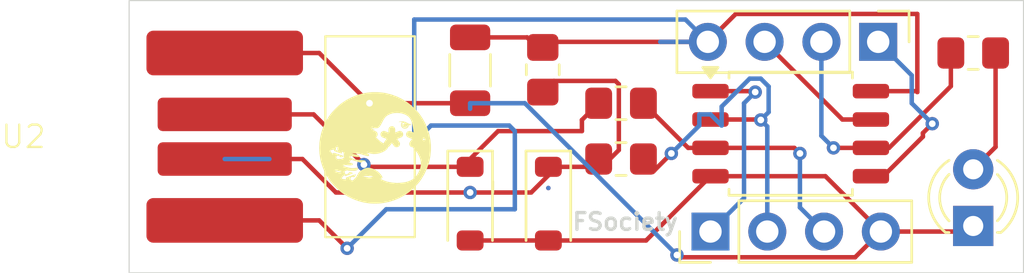
<source format=kicad_pcb>
(kicad_pcb (version 20241229) (generator "pcbnew") (generator_version "9.0")
  (layers (0 "F.Cu" signal) (2 "B.Cu" signal) (13 "F.Paste" user) (15 "B.Paste" user) (5 "F.SilkS" user "F.Silkscreen") (7 "B.SilkS" user "B.Silkscreen") (1 "F.Mask" user) (3 "B.Mask" user) (25 "Edge.Cuts" user))
  (net 0 "")
  (net 1 "GND")
  (net 2 "+5V")
  (net 3 "Net-(D1-K)")
  (net 4 "Net-(D2-K)")
  (net 5 "Net-(J2-Pin_3)")
  (net 6 "Net-(J2-Pin_2)")
  (net 7 "Net-(D3-A)")
  (net 8 "Net-(J1-Pin_2)")
  (net 9 "Net-(J1-Pin_3)")
  (net 10 "Net-(J2-Pin_1)")
  (net 11 "Net-(J1-Pin_1)")
  (footprint "Resistor_SMD:R_0805_2012Metric_Pad1.20x1.40mm_HandSolder" (layer "F.Cu") (at 159.5 88 -90)
    (property "Reference" "R4" (hide yes))
    (property "Value" "1k5")
    (fp_line (start -0.227064 0.735) (end 0.227064 0.735) (stroke (width 0.12)) (layer "F.SilkS"))
    (fp_line (start -0.227064 -0.735) (end 0.227064 -0.735) (stroke (width 0.12)) (layer "F.SilkS"))
    (pad "1" smd roundrect (at -1 0 270) (size 1.2 1.4) (layers "F.Cu" "F.Mask" "F.Paste") (roundrect_rratio 0.208333) (net 2 "+5V"))
    (pad "2" smd roundrect (at 1 0 270) (size 1.2 1.4) (layers "F.Cu" "F.Mask" "F.Paste") (roundrect_rratio 0.208333) (net 4 "Net-(D2-K)"))
  )
  (footprint "Resistor_SMD:R_0805_2012Metric_Pad1.20x1.40mm_HandSolder" (layer "F.Cu") (at 178.75 87.25)
    (property "Reference" "R3" (hide yes))
    (property "Value" "330R")
    (fp_line (start -0.227064 -0.735) (end 0.227064 -0.735) (stroke (width 0.12)) (layer "F.SilkS"))
    (fp_line (start -0.227064 0.735) (end 0.227064 0.735) (stroke (width 0.12)) (layer "F.SilkS"))
    (pad "1" smd roundrect (at -1 0) (size 1.2 1.4) (layers "F.Cu" "F.Mask" "F.Paste") (roundrect_rratio 0.208333) (net 8 "Net-(J1-Pin_2)"))
    (pad "2" smd roundrect (at 1 0) (size 1.2 1.4) (layers "F.Cu" "F.Mask" "F.Paste") (roundrect_rratio 0.208333) (net 7 "Net-(D3-A)"))
  )
  (footprint "Diode_SMD:D_SOD-123" (layer "F.Cu") (at 159.75 94 -90)
    (property "Reference" "D2" (hide yes))
    (property "Value" "3v6")
    (fp_line (start -2.36 1) (end 1.65 1) (stroke (width 0.12)) (layer "F.SilkS"))
    (fp_line (start -2.36 -1) (end -2.36 1) (stroke (width 0.12)) (layer "F.SilkS"))
    (fp_line (start -2.36 -1) (end 1.65 -1) (stroke (width 0.12)) (layer "F.SilkS"))
    (pad "1" smd roundrect (at -1.65 0 270) (size 0.9 1.2) (layers "F.Cu" "F.Mask" "F.Paste") (net 4 "Net-(D2-K)"))
    (pad "2" smd roundrect (at 1.65 0 270) (size 0.9 1.2) (layers "F.Cu" "F.Mask" "F.Paste") (net 1 "GND"))
  )
  (footprint "Capacitor_SMD:C_1206_3216Metric" (layer "F.Cu") (at 156.25 88.025 -90)
    (property "Reference" "C1" (hide yes))
    (property "Value" "100n")
    (fp_line (start -0.711252 0.91) (end 0.711252 0.91) (stroke (width 0.12)) (layer "F.SilkS"))
    (fp_line (start -0.711252 -0.91) (end 0.711252 -0.91) (stroke (width 0.12)) (layer "F.SilkS"))
    (pad "1" smd roundrect (at -1.475 0 270) (size 1.15 1.8) (layers "F.Cu" "F.Mask" "F.Paste") (roundrect_rratio 0.217391) (net 2 "+5V"))
    (pad "2" smd roundrect (at 1.475 0 270) (size 1.15 1.8) (layers "F.Cu" "F.Mask" "F.Paste") (roundrect_rratio 0.217391) (net 1 "GND"))
  )
  (footprint "LED_THT:LED_D3.0mm" (layer "F.Cu") (at 178.75 95 90)
    (property "Reference" "D3" (hide yes))
    (property "Value" "LED" (hide yes))
    (fp_line (start -0.29 -1.236) (end -0.29 -1.08) (stroke (width 0.12)) (layer "F.SilkS"))
    (fp_line (start -0.29 1.08) (end -0.29 1.236) (stroke (width 0.12)) (layer "F.SilkS"))
    (fp_arc (start -0.29 -1.235516) (mid 1.36566 -1.987699) (end 2.941437 -1.08) (stroke (width 0.12)) (layer "F.SilkS"))
    (fp_arc (start 0.229039 -1.08) (mid 1.27 -1.5) (end 2.310961 -1.08) (stroke (width 0.12)) (layer "F.SilkS"))
    (fp_arc (start 2.941437 1.08) (mid 1.36566 1.987699) (end -0.29 1.235516) (stroke (width 0.12)) (layer "F.SilkS"))
    (fp_arc (start 2.310961 1.08) (mid 1.27 1.5) (end 0.229039 1.08) (stroke (width 0.12)) (layer "F.SilkS"))
    (pad "1" thru_hole rect (at 0 0 90) (size 1.8 1.8) (drill 0.9) (layers "*.Cu" "*.Mask") (net 1 "GND"))
    (pad "2" thru_hole circle (at 2.54 0 90) (size 1.8 1.8) (drill 0.9) (layers "*.Cu" "*.Mask") (net 7 "Net-(D3-A)"))
  )
  (footprint "Resistor_SMD:R_0805_2012Metric_Pad1.20x1.40mm_HandSolder" (layer "F.Cu") (at 163 89.5)
    (property "Reference" "R1" (hide yes))
    (property "Value" "68R")
    (fp_line (start -0.227064 -0.735) (end 0.227064 -0.735) (stroke (width 0.12)) (layer "F.SilkS"))
    (fp_line (start -0.227064 0.735) (end 0.227064 0.735) (stroke (width 0.12)) (layer "F.SilkS"))
    (pad "1" smd roundrect (at -1 0) (size 1.2 1.4) (layers "F.Cu" "F.Mask" "F.Paste") (roundrect_rratio 0.208333) (net 3 "Net-(D1-K)"))
    (pad "2" smd roundrect (at 1 0) (size 1.2 1.4) (layers "F.Cu" "F.Mask" "F.Paste") (roundrect_rratio 0.208333) (net 5 "Net-(J2-Pin_3)"))
  )
  (footprint "Connector_PinHeader_2.54mm:PinHeader_1x04_P2.54mm_Vertical" (layer "F.Cu") (at 174.5 86.75 -90)
    (property "Reference" "J1" (hide yes))
    (property "Value" "Conn_01x04" (hide yes))
    (fp_line (start -1.38 9) (end 1.38 9) (stroke (width 0.12)) (layer "F.SilkS"))
    (fp_line (start -1.38 1.27) (end -1.38 9) (stroke (width 0.12)) (layer "F.SilkS"))
    (fp_line (start -1.38 1.27) (end 1.38 1.27) (stroke (width 0.12)) (layer "F.SilkS"))
    (fp_line (start 1.38 1.27) (end 1.38 9) (stroke (width 0.12)) (layer "F.SilkS"))
    (fp_line (start -1.38 0) (end -1.38 -1.38) (stroke (width 0.12)) (layer "F.SilkS"))
    (fp_line (start -1.38 -1.38) (end 0 -1.38) (stroke (width 0.12)) (layer "F.SilkS"))
    (pad "1" thru_hole rect (at 0 0 270) (size 1.7 1.7) (drill 1) (layers "*.Cu" "*.Mask") (net 11 "Net-(J1-Pin_1)"))
    (pad "2" thru_hole circle (at 0 2.54 270) (size 1.7 1.7) (drill 1) (layers "*.Cu" "*.Mask") (net 8 "Net-(J1-Pin_2)"))
    (pad "3" thru_hole circle (at 0 5.08 270) (size 1.7 1.7) (drill 1) (layers "*.Cu" "*.Mask") (net 9 "Net-(J1-Pin_3)"))
    (pad "4" thru_hole circle (at 0 7.62 270) (size 1.7 1.7) (drill 1) (layers "*.Cu" "*.Mask") (net 2 "+5V"))
  )
  (footprint "Connector_PinHeader_2.54mm:PinHeader_1x04_P2.54mm_Vertical" (layer "F.Cu") (at 167 95.25 90)
    (property "Reference" "J2" (hide yes))
    (property "Value" "Conn_01x04" (hide yes))
    (fp_line (start -1.38 -1.38) (end 0 -1.38) (stroke (width 0.12)) (layer "F.SilkS"))
    (fp_line (start -1.38 0) (end -1.38 -1.38) (stroke (width 0.12)) (layer "F.SilkS"))
    (fp_line (start 1.38 1.27) (end 1.38 9) (stroke (width 0.12)) (layer "F.SilkS"))
    (fp_line (start -1.38 1.27) (end 1.38 1.27) (stroke (width 0.12)) (layer "F.SilkS"))
    (fp_line (start -1.38 1.27) (end -1.38 9) (stroke (width 0.12)) (layer "F.SilkS"))
    (fp_line (start -1.38 9) (end 1.38 9) (stroke (width 0.12)) (layer "F.SilkS"))
    (pad "1" thru_hole rect (at 0 0 90) (size 1.7 1.7) (drill 1) (layers "*.Cu" "*.Mask") (net 10 "Net-(J2-Pin_1)"))
    (pad "2" thru_hole circle (at 0 2.54 90) (size 1.7 1.7) (drill 1) (layers "*.Cu" "*.Mask") (net 6 "Net-(J2-Pin_2)"))
    (pad "3" thru_hole circle (at 0 5.08 90) (size 1.7 1.7) (drill 1) (layers "*.Cu" "*.Mask") (net 5 "Net-(J2-Pin_3)"))
    (pad "4" thru_hole circle (at 0 7.62 90) (size 1.7 1.7) (drill 1) (layers "*.Cu" "*.Mask") (net 1 "GND"))
  )
  (footprint "Resistor_SMD:R_0805_2012Metric_Pad1.20x1.40mm_HandSolder" (layer "F.Cu") (at 163 92 180)
    (property "Reference" "R2" (hide yes))
    (property "Value" "68R")
    (fp_line (start -0.227064 0.735) (end 0.227064 0.735) (stroke (width 0.12)) (layer "F.SilkS"))
    (fp_line (start -0.227064 -0.735) (end 0.227064 -0.735) (stroke (width 0.12)) (layer "F.SilkS"))
    (pad "1" smd roundrect (at -1 0 180) (size 1.2 1.4) (layers "F.Cu" "F.Mask" "F.Paste") (roundrect_rratio 0.208333) (net 6 "Net-(J2-Pin_2)"))
    (pad "2" smd roundrect (at 1 0 180) (size 1.2 1.4) (layers "F.Cu" "F.Mask" "F.Paste") (roundrect_rratio 0.208333) (net 4 "Net-(D2-K)"))
  )
  (footprint "My_cust_footprint:Untitled" (layer "F.Cu") (at 145.275 91)
    (property "Reference" "U2" (at -9 0 0) (layer "F.SilkS") (effects (font (thickness 0.1))))
    (property "Value" "~" (hide yes))
    (fp_rect (start 4.5 -4.5) (end 8.5 4.5) (stroke (width 0.1)) (fill no) (layer "F.SilkS"))
    (fp_rect (start 12 2) (end 12 2.5) (stroke (width 0.1)) (fill no) (layer "F.SilkS"))
    (pad "1" smd roundrect (at 0 -3.75) (size 7 2) (layers "F.Cu" "F.Mask" "F.Paste") (roundrect_rratio 0.15) (net 1 "GND"))
    (pad "2" smd roundrect (at 0 -1) (size 6 1.5) (layers "F.Cu" "F.Mask" "F.Paste") (roundrect_rratio 0.15) (net 3 "Net-(D1-K)"))
    (pad "3" smd roundrect (at 0 1) (size 6 1.5) (layers "F.Cu" "F.Mask" "F.Paste") (roundrect_rratio 0.15) (net 4 "Net-(D2-K)"))
    (pad "4" smd roundrect (at 0 3.75) (size 7 2) (layers "F.Cu" "F.Mask" "F.Paste") (roundrect_rratio 0.15) (net 2 "+5V"))
  )
  (footprint "Diode_SMD:D_SOD-123" (layer "F.Cu") (at 156.25 94 -90)
    (property "Reference" "D1" (hide yes))
    (property "Value" "3v6")
    (fp_line (start -2.36 1) (end 1.65 1) (stroke (width 0.12)) (layer "F.SilkS"))
    (fp_line (start -2.36 -1) (end -2.36 1) (stroke (width 0.12)) (layer "F.SilkS"))
    (fp_line (start -2.36 -1) (end 1.65 -1) (stroke (width 0.12)) (layer "F.SilkS"))
    (pad "1" smd roundrect (at -1.65 0 270) (size 0.9 1.2) (layers "F.Cu" "F.Mask" "F.Paste") (net 3 "Net-(D1-K)"))
    (pad "2" smd roundrect (at 1.65 0 270) (size 0.9 1.2) (layers "F.Cu" "F.Mask" "F.Paste") (net 1 "GND"))
  )
  (footprint "LOGO" (layer "F.Cu") (at 152 91.5)
    (property "Reference" "G***" (at 0 0 0) (layer "F.SilkS") (effects (font (size 1.5 1.5) (thickness 0.3))))
    (property "Value" "LOGO" (hide yes))
    (fp_poly (pts (xy 1.254033 -1.188258) (xy 1.337771 -1.168463) (xy 1.425047 -1.129698) (xy 1.463634 -1.107759) (xy 1.515159 -1.080465) (xy 1.553834 -1.068962) (xy 1.574704 -1.069077) (xy 1.603573 -1.069664) (xy 1.610148 -1.059086) (xy 1.594669 -1.036493) (xy 1.586415 -1.027896) (xy 1.563013 -1.010726) (xy 1.540977 -1.013025) (xy 1.535452 -1.01575) (xy 1.519192 -1.022868) (xy 1.509043 -1.019051) (xy 1.501221 -0.999578) (xy 1.492465 -0.962116) (xy 1.471366 -0.920346) (xy 1.432291 -0.887182) (xy 1.38192 -0.865176) (xy 1.326932 -0.856881) (xy 1.274006 -0.86485) (xy 1.256924 -0.872099) (xy 1.204781 -0.911274) (xy 1.170914 -0.962544) (xy 1.157008 -1.02056) (xy 1.157913 -1.027506) (xy 1.198085 -1.027506) (xy 1.208959 -0.982564) (xy 1.233969 -0.941964) (xy 1.270214 -0.910846) (xy 1.314791 -0.894349) (xy 1.351873 -0.89465) (xy 1.385468 -0.908393) (xy 1.419399 -0.933877) (xy 1.424862 -0.9395) (xy 1.453148 -0.983945) (xy 1.458767 -1.018867) (xy 1.457763 -1.042919) (xy 1.454773 -1.047253) (xy 1.447383 -1.030296) (xy 1.43858 -1.005706) (xy 1.411518 -0.958181) (xy 1.373955 -0.92879) (xy 1.331298 -0.917689) (xy 1.288956 -0.925031) (xy 1.252338 -0.95097) (xy 1.22685 -0.995662) (xy 1.225583 -0.999626) (xy 1.221845 -1.033501) (xy 1.224824 -1.053218) (xy 1.234846 -1.070377) (xy 1.252483 -1.065877) (xy 1.255732 -1.063908) (xy 1.283798 -1.055804) (xy 1.30855 -1.062545) (xy 1.320083 -1.081216) (xy 1.320139 -1.082872) (xy 1.30973 -1.100212) (xy 1.286759 -1.115483) (xy 1.258794 -1.124034) (xy 1.237771 -1.116075) (xy 1.230357 -1.109857) (xy 1.204251 -1.07165) (xy 1.198085 -1.027506) (xy 1.157913 -1.027506) (xy 1.164751 -1.079971) (xy 1.180602 -1.11425) (xy 1.194591 -1.143426) (xy 1.191576 -1.160544) (xy 1.169351 -1.167037) (xy 1.125707 -1.164339) (xy 1.107365 -1.161844) (xy 1.072347 -1.157692) (xy 1.058345 -1.159395) (xy 1.061524 -1.167623) (xy 1.063326 -1.169544) (xy 1.083844 -1.178736) (xy 1.121863 -1.186478) (xy 1.166987 -1.191002)) (fill yes) (layer "F.SilkS"))
    (fp_poly (pts (xy 0.37243 -2.472971) (xy 0.507745 -2.448902) (xy 0.742439 -2.38789) (xy 0.972916 -2.303015) (xy 1.195833 -2.195786) (xy 1.407848 -2.067714) (xy 1.506838 -1.997737) (xy 1.566397 -1.949759) (xy 1.637072 -1.886983) (xy 1.713962 -1.814309) (xy 1.792168 -1.736635) (xy 1.86679 -1.658861) (xy 1.932929 -1.585888) (xy 1.985684 -1.522615) (xy 1.997735 -1.50684) (xy 2.138657 -1.29664) (xy 2.257016 -1.076127) (xy 2.35245 -0.846928) (xy 2.424592 -0.610669) (xy 2.47308 -0.368977) (xy 2.497548 -0.123479) (xy 2.497633 0.124199) (xy 2.472969 0.37243) (xy 2.448901 0.507745) (xy 2.387888 0.742439) (xy 2.303013 0.972916) (xy 2.195784 1.195833) (xy 2.067713 1.407848) (xy 1.997735 1.506838) (xy 1.949758 1.566397) (xy 1.886982 1.637072) (xy 1.814307 1.713962) (xy 1.736633 1.792168) (xy 1.65886 1.86679) (xy 1.585886 1.932929) (xy 1.522613 1.985684) (xy 1.506838 1.997735) (xy 1.295823 2.139099) (xy 1.073367 2.258221) (xy 0.841073 2.354469) (xy 0.600545 2.427213) (xy 0.353389 2.475821) (xy 0.263893 2.487202) (xy 0.174798 2.49414) (xy 0.070272 2.497874) (xy -0.040512 2.498415) (xy -0.148382 2.495775) (xy -0.244167 2.489966) (xy -0.279261 2.486508) (xy -0.521672 2.44628) (xy -0.760588 2.381744) (xy -0.993332 2.293966) (xy -1.217225 2.184012) (xy -1.429592 2.052948) (xy -1.50684 1.997735) (xy -1.566399 1.949758) (xy -1.637074 1.886982) (xy -1.713964 1.814307) (xy -1.79217 1.736633) (xy -1.866792 1.65886) (xy -1.93293 1.585886) (xy -1.985685 1.522613) (xy -1.997737 1.506838) (xy -2.13548 1.301393) (xy -2.25312 1.083405) (xy -2.274771 1.032183) (xy -1.82154 1.032183) (xy -1.768318 1.042092) (xy -1.724751 1.053315) (xy -1.685387 1.06832) (xy -1.679463 1.071319) (xy -1.642395 1.083856) (xy -1.595609 1.090048) (xy -1.549679 1.089418) (xy -1.515177 1.081486) (xy -1.510546 1.07896) (xy -1.498956 1.06913) (xy -1.51115 1.066501) (xy -1.513987 1.06646) (xy -1.536664 1.062909) (xy -1.575656 1.05372) (xy -1.623029 1.040786) (xy -1.629057 1.039026) (xy -1.689292 1.023703) (xy -1.734723 1.018469) (xy -1.771593 1.021984) (xy -1.82154 1.032183) (xy -2.274771 1.032183) (xy -2.349148 0.856218) (xy -2.422053 0.623175) (xy -2.448902 0.507745) (xy -2.487245 0.2599) (xy -2.494881 0.11844) (xy -2.026721 0.11844) (xy -2.022076 0.130012) (xy -2.004059 0.153724) (xy -1.977661 0.184186) (xy -1.947875 0.21601) (xy -1.919691 0.243807) (xy -1.898103 0.262187) (xy -1.889514 0.266566) (xy -1.879934 0.256232) (xy -1.878661 0.247127) (xy -1.868411 0.225841) (xy -1.860045 0.220544) (xy -1.842673 0.222014) (xy -1.806834 0.230475) (xy -1.757149 0.244406) (xy -1.69824 0.262286) (xy -1.634727 0.282597) (xy -1.571233 0.303816) (xy -1.512378 0.324426) (xy -1.462786 0.342904) (xy -1.427075 0.357732) (xy -1.40987 0.367388) (xy -1.408996 0.368911) (xy -1.419304 0.380608) (xy -1.444563 0.397373) (xy -1.476275 0.414541) (xy -1.505945 0.427448) (xy -1.523157 0.431583) (xy -1.539417 0.423244) (xy -1.565558 0.402016) (xy -1.581207 0.387156) (xy -1.625934 0.353015) (xy -1.66692 0.343917) (xy -1.704393 0.35983) (xy -1.713644 0.368115) (xy -1.736028 0.40508) (xy -1.734182 0.443605) (xy -1.708484 0.47901) (xy -1.704407 0.482364) (xy -1.66887 0.501713) (xy -1.637765 0.500989) (xy -1.605237 0.496048) (xy -1.561848 0.493933) (xy -1.545874 0.494086) (xy -1.504246 0.49142) (xy -1.460322 0.479308) (xy -1.405688 0.455279) (xy -1.394279 0.449605) (xy -1.354782 0.430528) (xy -1.320937 0.417636) (xy -1.288296 0.411257) (xy -1.252414 0.411717) (xy -1.208841 0.419344) (xy -1.15313 0.434465) (xy -1.080834 0.457407) (xy -1.02184 0.477003) (xy -0.949649 0.500706) (xy -0.893333 0.517445) (xy -0.84484 0.528745) (xy -0.796118 0.536129) (xy -0.739115 0.541121) (xy -0.665779 0.545245) (xy -0.659661 0.545549) (xy -0.57357 0.550775) (xy -0.509863 0.557294) (xy -0.465541 0.565949) (xy -0.437604 0.57758) (xy -0.423054 0.593027) (xy -0.418891 0.613035) (xy -0.430387 0.644029) (xy -0.463489 0.664792) (xy -0.516116 0.67423) (xy -0.536221 0.674684) (xy -0.573711 0.673679) (xy -0.608072 0.670504) (xy -0.644295 0.663976) (xy -0.687368 0.652914) (xy -0.742284 0.636133) (xy -0.814032 0.61245) (xy -0.849955 0.600307) (xy -0.957049 0.56676) (xy -1.048972 0.545186) (xy -1.13267 0.535091) (xy -1.215086 0.535982) (xy -1.303166 0.547364) (xy -1.378258 0.562749) (xy -1.48465 0.585257) (xy -1.572562 0.599298) (xy -1.647378 0.605054) (xy -1.714487 0.602711) (xy -1.779275 0.592451) (xy -1.834234 0.578322) (xy -1.839347 0.578615) (xy -1.824627 0.5875) (xy -1.80749 0.596127) (xy -1.760303 0.617297) (xy -1.714163 0.633637) (xy -1.664764 0.64577) (xy -1.607803 0.654317) (xy -1.538975 0.659901) (xy -1.453975 0.663142) (xy -1.3485 0.664664) (xy -1.332298 0.664772) (xy -1.240129 0.66555) (xy -1.16982 0.666813) (xy -1.117843 0.668838) (xy -1.080672 0.671903) (xy -1.054779 0.676283) (xy -1.036637 0.682256) (xy -1.024477 0.688922) (xy -0.996311 0.716272) (xy -0.992664 0.743237) (xy -1.013376 0.766706) (xy -1.028894 0.774605) (xy -1.051283 0.780916) (xy -1.082968 0.78426) (xy -1.12694 0.784538) (xy -1.186194 0.781651) (xy -1.263721 0.775502) (xy -1.362516 0.765991) (xy -1.396303 0.762514) (xy -1.454213 0.758994) (xy -1.519449 0.75897) (xy -1.585425 0.761995) (xy -1.645555 0.767624) (xy -1.693252 0.775411) (xy -1.72127 0.784524) (xy -1.71601 0.788197) (xy -1.689797 0.791381) (xy -1.647062 0.7937) (xy -1.60149 0.794705) (xy -1.542655 0.796008) (xy -1.4947 0.79952) (xy -1.449881 0.806654) (xy -1.400455 0.818818) (xy -1.338678 0.837425) (xy -1.301374 0.849379) (xy -1.201014 0.879098) (xy -1.114648 0.897597) (xy -1.033982 0.905818) (xy -0.950723 0.904699) (xy -0.875863 0.897613) (xy -0.817999 0.89314) (xy -0.781907 0.897324) (xy -0.765105 0.911315) (xy -0.765112 0.936265) (xy -0.768497 0.947432) (xy -0.795999 0.988778) (xy -0.843536 1.016774) (xy -0.908971 1.03044) (xy -0.951741 1.031496) (xy -1.011401 1.029825) (xy -1.078875 1.028022) (xy -1.123389 1.026883) (xy -1.168753 1.024008) (xy -1.203575 1.018555) (xy -1.220582 1.011679) (xy -1.220794 1.011383) (xy -1.236913 1.007069) (xy -1.267546 1.011513) (xy -1.304323 1.02248) (xy -1.338876 1.037732) (xy -1.353473 1.046824) (xy -1.36423 1.058138) (xy -1.365228 1.074517) (xy -1.356185 1.10372) (xy -1.350922 1.117569) (xy -1.335873 1.15351) (xy -1.322929 1.179511) (xy -1.318821 1.185632) (xy -1.299952 1.189912) (xy -1.268852 1.182474) (xy -1.233502 1.166957) (xy -1.201883 1.147003) (xy -1.18198 1.126252) (xy -1.180125 1.122373) (xy -1.15725 1.092953) (xy -1.119857 1.08275) (xy -1.070409 1.09211) (xy -1.043842 1.103297) (xy -1.013359 1.120904) (xy -0.997708 1.135689) (xy -0.997806 1.141576) (xy -1.016173 1.151955) (xy -1.052059 1.16748) (xy -1.100119 1.186269) (xy -1.15501 1.206444) (xy -1.211387 1.226123) (xy -1.263907 1.243428) (xy -1.307226 1.256478) (xy -1.336 1.263392) (xy -1.344611 1.263584) (xy -1.357151 1.244635) (xy -1.358222 1.236881) (xy -1.364936 1.22047) (xy -1.370218 1.21859) (xy -1.383271 1.227778) (xy -1.406342 1.251297) (xy -1.43434 1.283076) (xy -1.46217 1.317047) (xy -1.484741 1.347139) (xy -1.49696 1.367284) (xy -1.497852 1.370701) (xy -1.488741 1.380676) (xy -1.459949 1.389783) (xy -1.409288 1.39858) (xy -1.367179 1.403978) (xy -1.294688 1.412498) (xy -1.302186 1.375004) (xy -1.309685 1.337511) (xy -1.094004 1.257542) (xy -1.024331 1.232202) (xy -0.962611 1.210688) (xy -0.912866 1.194325) (xy -0.879119 1.184442) (xy -0.865652 1.182214) (xy -0.862277 1.195022) (xy -0.869983 1.221075) (xy -0.88509 1.252961) (xy -0.903921 1.283271) (xy -0.922796 1.304592) (xy -0.92824 1.308303) (xy -0.961657 1.313551) (xy -0.976578 1.307892) (xy -1.018165 1.295577) (xy -1.056037 1.307337) (xy -1.07497 1.322352) (xy -1.099217 1.359059) (xy -1.102028 1.397557) (xy -1.085971 1.431368) (xy -1.053612 1.454012) (xy -1.02053 1.459769) (xy -0.985237 1.454603) (xy -0.962426 1.434946) (xy -0.956045 1.424862) (xy -0.930851 1.393431) (xy -0.897698 1.365451) (xy -0.896341 1.364567) (xy 0.215791 1.364567) (xy 0.222138 1.370914) (xy 0.228485 1.364567) (xy 0.222138 1.35822) (xy 0.215791 1.364567) (xy -0.896341 1.364567) (xy -0.868339 1.338188) (xy -0.836638 1.292963) (xy -0.539481 1.292963) (xy -0.469666 1.294833) (xy -0.41858 1.299187) (xy -0.3685 1.308103) (xy -0.349076 1.313437) (xy -0.302799 1.326538) (xy -0.264332 1.330303) (xy -0.22209 1.324857) (xy -0.182637 1.315253) (xy -0.127781 1.299271) (xy -0.097959 1.287182) (xy -0.093123 1.278939) (xy -0.113227 1.274493) (xy -0.1418 1.273615) (xy -0.186872 1.27251) (xy -0.246147 1.269543) (xy -0.308556 1.265296) (xy -0.323689 1.264074) (xy -0.387261 1.260114) (xy -0.433317 1.261072) (xy -0.469328 1.267385) (xy -0.488706 1.273729) (xy -0.539481 1.292963) (xy -0.836638 1.292963) (xy -0.835423 1.291229) (xy -0.796405 1.221962) (xy -0.790618 1.210832) (xy -0.76128 1.154841) (xy -0.737976 1.115208) (xy -0.71523 1.085663) (xy -0.687567 1.059935) (xy -0.649511 1.031754) (xy -0.611471 1.005653) (xy -0.53178 0.95487) (xy -0.463866 0.920108) (xy -0.401877 0.899122) (xy -0.339961 0.889664) (xy -0.306509 0.888555) (xy -0.208741 0.899574) (xy -0.105252 0.930763) (xy -0.001129 0.97932) (xy 0.098542 1.042443) (xy 0.188673 1.117329) (xy 0.264178 1.201178) (xy 0.266427 1.204153) (xy 0.307418 1.265511) (xy 0.327492 1.312842) (xy 0.326671 1.346479) (xy 0.304974 1.366754) (xy 0.276814 1.373229) (xy 0.234832 1.377261) (xy 0.295288 1.412798) (xy 0.418075 1.472018) (xy 0.560739 1.517358) (xy 0.721604 1.548357) (xy 0.831433 1.560308) (xy 0.886585 1.564757) (xy 0.93267 1.568598) (xy 0.963524 1.571309) (xy 0.972394 1.572205) (xy 0.989756 1.571918) (xy 1.027155 1.569837) (xy 1.079332 1.566298) (xy 1.141025 1.561635) (xy 1.150105 1.560912) (xy 1.257141 1.550551) (xy 1.345931 1.537275) (xy 1.42359 1.519335) (xy 1.497234 1.494982) (xy 1.573976 1.46247) (xy 1.599399 1.450513) (xy 1.702831 1.391085) (xy 1.791691 1.317898) (xy 1.86777 1.228608) (xy 1.932856 1.120875) (xy 1.98874 0.992354) (xy 2.019825 0.900321) (xy 2.045677 0.773932) (xy 2.046666 0.64454) (xy 2.023045 0.512841) (xy 1.975066 0.379526) (xy 1.902983 0.24529) (xy 1.80705 0.110827) (xy 1.687519 -0.02317) (xy 1.679852 -0.030929) (xy 1.631251 -0.082376) (xy 1.601488 -0.121303) (xy 1.589456 -0.150893) (xy 1.594047 -0.174331) (xy 1.614152 -0.194803) (xy 1.621171 -0.199633) (xy 1.641599 -0.21016) (xy 1.667206 -0.216262) (xy 1.703966 -0.218572) (xy 1.757852 -0.21772) (xy 1.783015 -0.216743) (xy 1.878311 -0.213035) (xy 1.951787 -0.211124) (xy 2.006958 -0.211185) (xy 2.04734 -0.213392) (xy 2.076449 -0.217918) (xy 2.0978 -0.22494) (xy 2.112596 -0.233079) (xy 2.138239 -0.257361) (xy 2.1412 -0.280593) (xy 2.144307 -0.303516) (xy 2.169471 -0.323096) (xy 2.170198 -0.323474) (xy 2.197752 -0.342441) (xy 2.213105 -0.3613) (xy 2.217069 -0.384935) (xy 2.208275 -0.407108) (xy 2.184386 -0.429491) (xy 2.143065 -0.45376) (xy 2.081974 -0.481588) (xy 1.99925 -0.514469) (xy 1.934064 -0.540904) (xy 1.885322 -0.565322) (xy 1.844993 -0.592454) (xy 1.805048 -0.627029) (xy 1.799894 -0.631908) (xy 1.761407 -0.670537) (xy 1.738091 -0.700538) (xy 1.725339 -0.729202) (xy 1.719095 -0.759836) (xy 1.710105 -0.815597) (xy 1.697446 -0.884367) (xy 1.6825 -0.959557) (xy 1.666651 -1.034579) (xy 1.651281 -1.102843) (xy 1.637772 -1.157761) (xy 1.629492 -1.186857) (xy 1.585303 -1.284517) (xy 1.520463 -1.369218) (xy 1.436722 -1.439951) (xy 1.335829 -1.495703) (xy 1.219533 -1.535466) (xy 1.089583 -1.558229) (xy 0.97741 -1.563522) (xy 0.870007 -1.558653) (xy 0.776874 -1.543769) (xy 0.688115 -1.516634) (xy 0.600603 -1.478337) (xy 0.546225 -1.448466) (xy 0.499504 -1.414196) (xy 0.457245 -1.371743) (xy 0.416254 -1.317319) (xy 0.373338 -1.247138) (xy 0.325301 -1.157414) (xy 0.318325 -1.143746) (xy 0.274193 -1.059919) (xy 0.236832 -0.996551) (xy 0.203788 -0.950446) (xy 0.172609 -0.918413) (xy 0.140841 -0.897256) (xy 0.122936 -0.889364) (xy 0.078366 -0.879726) (xy 0.019407 -0.876357) (xy -0.043783 -0.879046) (xy -0.101048 -0.887582) (xy -0.125854 -0.894521) (xy -0.159073 -0.904448) (xy -0.171514 -0.904118) (xy -0.164858 -0.895117) (xy -0.140784 -0.87903) (xy -0.100972 -0.857443) (xy -0.071255 -0.84299) (xy -0.025911 -0.820335) (xy -0.004016 -0.806104) (xy -0.005599 -0.800566) (xy -0.030692 -0.803988) (xy -0.067833 -0.813391) (xy -0.105373 -0.821978) (xy -0.120067 -0.821043) (xy -0.112249 -0.811424) (xy -0.08225 -0.793954) (xy -0.054759 -0.780528) (xy 0.005504 -0.749576) (xy 0.044894 -0.721409) (xy 0.067066 -0.692258) (xy 0.075674 -0.658359) (xy 0.076161 -0.645611) (xy 0.069733 -0.606319) (xy 0.04859 -0.582847) (xy 0.009944 -0.573572) (xy -0.043035 -0.576127) (xy -0.107897 -0.583837) (xy -0.069816 -0.563042) (xy -0.04737 -0.546996) (xy -0.011178 -0.516807) (xy 0.034487 -0.476216) (xy 0.085353 -0.428967) (xy 0.108313 -0.407) (xy 0.169393 -0.349248) (xy 0.219499 -0.305465) (xy 0.264878 -0.270971) (xy 0.311779 -0.241086) (xy 0.366451 -0.211129) (xy 0.377253 -0.205545) (xy 0.458684 -0.16176) (xy 0.51812 -0.12503) (xy 0.55748 -0.09388) (xy 0.578681 -0.066833) (xy 0.58386 -0.046474) (xy 0.572198 -0.00193) (xy 0.539546 0.046831) (xy 0.489192 0.096604) (xy 0.424424 0.144182) (xy 0.34853 0.186357) (xy 0.342008 0.189434) (xy 0.200359 0.242961) (xy 0.059543 0.271406) (xy -0.0799 0.274702) (xy -0.207275 0.255287) (xy -0.261603 0.243176) (xy -0.310164 0.233916) (xy -0.345075 0.228953) (xy -0.353252 0.228495) (xy -0.371093 0.229635) (xy -0.370762 0.234802) (xy -0.350268 0.24664) (xy -0.333105 0.25526) (xy -0.293181 0.282632) (xy -0.270563 0.314349) (xy -0.268272 0.345454) (xy -0.272468 0.3547) (xy -0.294067 0.366416) (xy -0.335728 0.367333) (xy -0.394727 0.357842) (xy -0.46834 0.338336) (xy -0.530824 0.317609) (xy -0.604451 0.292786) (xy -0.664949 0.276456) (xy -0.722235 0.266469) (xy -0.78623 0.260675) (xy -0.796349 0.260073) (xy -0.857578 0.256391) (xy -0.916224 0.252507) (xy -0.962964 0.24905) (xy -0.977412 0.247822) (xy -1.009725 0.245473) (xy -1.019203 0.247033) (xy -1.008195 0.253206) (xy -1.002799 0.255438) (xy -0.974888 0.264285) (xy -0.931079 0.275569) (xy -0.880414 0.286978) (xy -0.875863 0.287924) (xy -0.795038 0.307811) (xy -0.739334 0.328907) (xy -0.708821 0.351169) (xy -0.703567 0.374556) (xy -0.71063 0.386896) (xy -0.730687 0.402712) (xy -0.760779 0.411269) (xy -0.804217 0.412577) (xy -0.864307 0.406645) (xy -0.94436 0.393483) (xy -0.97506 0.387682) (xy -1.0899 0.364844) (xy -1.182038 0.344967) (xy -1.253896 0.32735) (xy -1.307894 0.311293) (xy -1.346452 0.296096) (xy -1.37199 0.281056) (xy -1.38424 0.269227) (xy -1.401743 0.242604) (xy -1.404605 0.234832) (xy -1.053574 0.234832) (xy -1.047227 0.241179) (xy -1.04088 0.234832) (xy -1.047227 0.228485) (xy -1.053574 0.234832) (xy -1.404605 0.234832) (xy -1.408996 0.222911) (xy -1.409237 0.222138) (xy -0.406198 0.222138) (xy -0.399851 0.228485) (xy -0.393504 0.222138) (xy -0.399851 0.215791) (xy -0.406198 0.222138) (xy -1.409237 0.222138) (xy -1.417697 0.195021) (xy -1.439981 0.158045) (xy -1.470126 0.11938) (xy -1.502407 0.086424) (xy -1.529372 0.06736) (xy -1.561722 0.045713) (xy -1.574006 0.022924) (xy -1.574014 0.022388) (xy -1.586195 0.000497) (xy -1.620751 -0.020977) (xy -1.674706 -0.040324) (xy -1.690602 -0.044559) (xy -1.71078 -0.047207) (xy -1.724141 -0.038876) (xy -1.73609 -0.01427) (xy -1.743847 0.007615) (xy -1.75583 0.045753) (xy -1.763245 0.075072) (xy -1.764419 0.083749) (xy -1.753391 0.096323) (xy -1.725139 0.11142) (xy -1.701904 0.120272) (xy -1.66117 0.131927) (xy -1.634837 0.133452) (xy -1.614242 0.12533) (xy -1.613989 0.125173) (xy -1.579659 0.116954) (xy -1.544236 0.131814) (xy -1.511097 0.167841) (xy -1.497483 0.191126) (xy -1.483116 0.223687) (xy -1.47727 0.246292) (xy -1.478304 0.251249) (xy -1.493155 0.250766) (xy -1.527454 0.242868) (xy -1.57681 0.228872) (xy -1.636832 0.210097) (xy -1.703132 0.187859) (xy -1.771317 0.163479) (xy -1.773951 0.162504) (xy -1.811855 0.147234) (xy -1.830571 0.134711) (xy -1.83516 0.120164) (xy -1.832869 0.106979) (xy -1.831505 0.082593) (xy -1.842378 0.076607) (xy -1.866576 0.079611) (xy -1.903989 0.086648) (xy -1.946677 0.095917) (xy -1.986701 0.105616) (xy -2.016121 0.113944) (xy -2.026721 0.11844) (xy -2.494881 0.11844) (xy -2.500641 0.011718) (xy -2.489454 -0.235173) (xy -2.454048 -0.479147) (xy -2.394789 -0.718577) (xy -2.312039 -0.951836) (xy -2.206164 -1.177298) (xy -2.077528 -1.393336) (xy -1.997737 -1.50684) (xy -1.949759 -1.566399) (xy -1.886983 -1.637074) (xy -1.814309 -1.713964) (xy -1.736635 -1.79217) (xy -1.658861 -1.866792) (xy -1.585888 -1.93293) (xy -1.522615 -1.985685) (xy -1.50684 -1.997737) (xy -1.29664 -2.138658) (xy -1.076127 -2.257018) (xy -0.846928 -2.352451) (xy -0.610669 -2.424594) (xy -0.368977 -2.473081) (xy -0.123479 -2.49755) (xy 0.124199 -2.497634)) (fill yes) (layer "F.SilkS"))
  )
  (footprint "Package_SO:SOIC-8_5.3x5.3mm_P1.27mm" (layer "F.Cu") (at 170.5875 90.865)
    (property "Reference" "U1" (hide yes))
    (property "Value" "ATtiny85-20S" (hide yes))
    (fp_line (start -2.76 -2.76) (end 2.76 -2.76) (stroke (width 0.12)) (layer "F.SilkS"))
    (fp_line (start -2.76 -2.49) (end -2.76 -2.76) (stroke (width 0.12)) (layer "F.SilkS"))
    (fp_line (start -2.76 2.76) (end -2.76 2.49) (stroke (width 0.12)) (layer "F.SilkS"))
    (fp_line (start 2.76 -2.76) (end 2.76 -2.49) (stroke (width 0.12)) (layer "F.SilkS"))
    (fp_line (start 2.76 2.49) (end 2.76 2.76) (stroke (width 0.12)) (layer "F.SilkS"))
    (fp_line (start 2.76 2.76) (end -2.76 2.76) (stroke (width 0.12)) (layer "F.SilkS"))
    (fp_poly (pts (xy -3.59 -2.5) (xy -3.93 -2.97) (xy -3.25 -2.97)) (stroke (width 0.12)) (fill yes) (layer "F.SilkS"))
    (pad "1" smd roundrect (at -3.5875 -1.905) (size 1.625 0.65) (layers "F.Cu" "F.Mask" "F.Paste") (net 10 "Net-(J2-Pin_1)"))
    (pad "2" smd roundrect (at -3.5875 -0.635) (size 1.625 0.65) (layers "F.Cu" "F.Mask" "F.Paste") (net 6 "Net-(J2-Pin_2)"))
    (pad "3" smd roundrect (at -3.5875 0.635) (size 1.625 0.65) (layers "F.Cu" "F.Mask" "F.Paste") (net 5 "Net-(J2-Pin_3)"))
    (pad "4" smd roundrect (at -3.5875 1.905) (size 1.625 0.65) (layers "F.Cu" "F.Mask" "F.Paste") (net 1 "GND"))
    (pad "5" smd roundrect (at 3.5875 1.905) (size 1.625 0.65) (layers "F.Cu" "F.Mask" "F.Paste") (net 11 "Net-(J1-Pin_1)"))
    (pad "6" smd roundrect (at 3.5875 0.635) (size 1.625 0.65) (layers "F.Cu" "F.Mask" "F.Paste") (net 8 "Net-(J1-Pin_2)"))
    (pad "7" smd roundrect (at 3.5875 -0.635) (size 1.625 0.65) (layers "F.Cu" "F.Mask" "F.Paste") (net 9 "Net-(J1-Pin_3)"))
    (pad "8" smd roundrect (at 3.5875 -1.905) (size 1.625 0.65) (layers "F.Cu" "F.Mask" "F.Paste") (net 2 "+5V"))
  )
  (gr_rect (start 141 84.9) (end 181 97.1) (stroke (width 0.05)) (fill no) (layer "Edge.Cuts"))
  (gr_text "FSociety" (at 160.75 95.25 0) (layer "Edge.Cuts") (effects (font (size 0.75 0.75)) (justify left bottom)))
  (segment (start 149.5 87.25) (end 145.275 87.25) (width 0.2) (layer "F.Cu") (net 1))
  (segment (start 174.62 95.25) (end 178.5 95.25) (width 0.2) (layer "F.Cu") (net 1))
  (segment (start 151.75 89.5) (end 156.25 89.5) (width 0.2) (layer "F.Cu") (net 1))
  (segment (start 164.12 95.65) (end 167 92.77) (width 0.2) (layer "F.Cu") (net 1))
  (segment (start 159.75 95.65) (end 164.12 95.65) (width 0.2) (layer "F.Cu") (net 1))
  (segment (start 173.469 96.401) (end 165.601 96.401) (width 0.2) (layer "F.Cu") (net 1))
  (segment (start 178.5 95.25) (end 178.75 95) (width 0.2) (layer "F.Cu") (net 1))
  (segment (start 167 92.77) (end 172.14 92.77) (width 0.2) (layer "F.Cu") (net 1))
  (segment (start 165.601 96.401) (end 165.5 96.3) (width 0.2) (layer "F.Cu") (net 1))
  (segment (start 151.75 89.5) (end 149.5 87.25) (width 0.2) (layer "F.Cu") (net 1))
  (segment (start 172.14 92.77) (end 174.62 95.25) (width 0.2) (layer "F.Cu") (net 1))
  (segment (start 174.62 95.25) (end 173.469 96.401) (width 0.2) (layer "F.Cu") (net 1))
  (segment (start 156.25 95.65) (end 159.75 95.65) (width 0.2) (layer "F.Cu") (net 1))
  (via (at 151.75 89.5) (size 0.6) (drill 0.3) (layers "F.Cu" "B.Cu") (net 1))
  (via (at 165.5 96.3) (size 0.6) (drill 0.3) (layers "F.Cu" "B.Cu") (net 1))
  (segment (start 165.5 96.3) (end 158.7 89.5) (width 0.2) (layer "B.Cu") (net 1))
  (segment (start 158.7 89.5) (end 156.25 89.5) (width 0.2) (layer "B.Cu") (net 1))
  (segment (start 156.25 89.5) (end 156.25 89.75) (width 0.2) (layer "B.Cu") (net 1))
  (segment (start 176.25 89) (end 176.21 88.96) (width 0.2) (layer "F.Cu") (net 2))
  (segment (start 166.88 86.75) (end 168.13 85.5) (width 0.2) (layer "F.Cu") (net 2))
  (segment (start 159.5 87) (end 159.25 87) (width 0.2) (layer "F.Cu") (net 2))
  (segment (start 149.5 94.75) (end 150.75 96) (width 0.2) (layer "F.Cu") (net 2))
  (segment (start 158.8 86.55) (end 156.25 86.55) (width 0.2) (layer "F.Cu") (net 2))
  (segment (start 168.13 85.5) (end 176.25 85.5) (width 0.2) (layer "F.Cu") (net 2))
  (segment (start 166.88 86.75) (end 159.75 86.75) (width 0.2) (layer "F.Cu") (net 2))
  (segment (start 145.275 94.75) (end 149.5 94.75) (width 0.2) (layer "F.Cu") (net 2))
  (segment (start 159.75 86.75) (end 159.5 87) (width 0.2) (layer "F.Cu") (net 2))
  (segment (start 159.25 87) (end 158.8 86.55) (width 0.2) (layer "F.Cu") (net 2))
  (segment (start 176.25 85.5) (end 176.25 89) (width 0.2) (layer "F.Cu") (net 2))
  (segment (start 176.21 88.96) (end 174.175 88.96) (width 0.2) (layer "F.Cu") (net 2))
  (via (at 150.75 96) (size 0.6) (drill 0.3) (layers "F.Cu" "B.Cu") (net 2))
  (segment (start 165.88 85.75) (end 166.88 86.75) (width 0.2) (layer "B.Cu") (net 2))
  (segment (start 164.75 86.75) (end 166.88 86.75) (width 0.2) (layer "B.Cu") (net 2))
  (segment (start 158.25 90.75) (end 158 90.5) (width 0.2) (layer "B.Cu") (net 2))
  (segment (start 158 90.5) (end 154.5 90.5) (width 0.2) (layer "B.Cu") (net 2))
  (segment (start 150.75 96) (end 152.5 94.25) (width 0.2) (layer "B.Cu") (net 2))
  (segment (start 153.75 85.75) (end 165.88 85.75) (width 0.2) (layer "B.Cu") (net 2))
  (segment (start 158.25 94.25) (end 158.25 90.75) (width 0.2) (layer "B.Cu") (net 2))
  (segment (start 154.5 90.5) (end 154 91) (width 0.2) (layer "B.Cu") (net 2))
  (segment (start 153.75 90.75) (end 153.75 85.75) (width 0.2) (layer "B.Cu") (net 2))
  (segment (start 152.5 94.25) (end 158.25 94.25) (width 0.2) (layer "B.Cu") (net 2))
  (segment (start 154 91) (end 153.75 90.75) (width 0.2) (layer "B.Cu") (net 2))
  (segment (start 157.5 90.75) (end 161.25 90.75) (width 0.2) (layer "F.Cu") (net 3))
  (segment (start 151.6 92.35) (end 156.25 92.35) (width 0.2) (layer "F.Cu") (net 3))
  (segment (start 159.75 93.301811) (end 159.748189 93.3) (width 0.2) (layer "F.Cu") (net 3))
  (segment (start 161.25 90.75) (end 161.25 90.25) (width 0.2) (layer "F.Cu") (net 3))
  (segment (start 149.25 90) (end 145.275 90) (width 0.2) (layer "F.Cu") (net 3))
  (segment (start 156.25 92) (end 157.5 90.75) (width 0.2) (layer "F.Cu") (net 3))
  (segment (start 156.25 92.35) (end 156.25 92) (width 0.2) (layer "F.Cu") (net 3))
  (segment (start 151.5 92.25) (end 149.25 90) (width 0.2) (layer "F.Cu") (net 3))
  (segment (start 151.5 92.25) (end 151.6 92.35) (width 0.2) (layer "F.Cu") (net 3))
  (segment (start 161.25 90.25) (end 162 89.5) (width 0.2) (layer "F.Cu") (net 3))
  (via (at 151.5 92.25) (size 0.6) (drill 0.3) (layers "F.Cu" "B.Cu") (net 3))
  (segment (start 159.748189 93.3) (end 159.75 93.298189) (width 0.2) (layer "B.Cu") (net 3))
  (segment (start 156.25 93.5) (end 150.25 93.5) (width 0.2) (layer "F.Cu") (net 4))
  (segment (start 162.901 88.651) (end 162.75 88.5) (width 0.2) (layer "F.Cu") (net 4))
  (segment (start 159.75 92.731089) (end 159.75 92.35) (width 0.2) (layer "F.Cu") (net 4))
  (segment (start 150.25 93.5) (end 148.75 92) (width 0.2) (layer "F.Cu") (net 4))
  (segment (start 159.75 92.35) (end 161.85 92.35) (width 0.2) (layer "F.Cu") (net 4))
  (segment (start 162 92.5) (end 162.901 91.599) (width 0.2) (layer "F.Cu") (net 4))
  (segment (start 160 88.5) (end 159.5 89) (width 0.2) (layer "F.Cu") (net 4))
  (segment (start 148.75 92) (end 145.275 92) (width 0.2) (layer "F.Cu") (net 4))
  (segment (start 158.981089 93.5) (end 159.75 92.731089) (width 0.2) (layer "F.Cu") (net 4))
  (segment (start 156.25 93.5) (end 158.981089 93.5) (width 0.2) (layer "F.Cu") (net 4))
  (segment (start 161.85 92.35) (end 162 92.5) (width 0.2) (layer "F.Cu") (net 4))
  (segment (start 162.901 91.599) (end 162.901 88.651) (width 0.2) (layer "F.Cu") (net 4))
  (segment (start 162.75 88.5) (end 160 88.5) (width 0.2) (layer "F.Cu") (net 4))
  (via (at 156.25 93.5) (size 0.6) (drill 0.3) (layers "F.Cu" "B.Cu") (net 4))
  (segment (start 145.275 92) (end 147.274944 92) (width 0.2) (layer "B.Cu") (net 4))
  (segment (start 167 91.5) (end 170.75 91.5) (width 0.2) (layer "F.Cu") (net 5))
  (segment (start 164 89.5) (end 166 91.5) (width 0.2) (layer "F.Cu") (net 5))
  (segment (start 166 91.5) (end 167 91.5) (width 0.2) (layer "F.Cu") (net 5))
  (segment (start 170.75 91.5) (end 171 91.75) (width 0.2) (layer "F.Cu") (net 5))
  (via (at 171 91.75) (size 0.6) (drill 0.3) (layers "F.Cu" "B.Cu") (net 5))
  (segment (start 171 91.75) (end 171 94.17) (width 0.2) (layer "B.Cu") (net 5))
  (segment (start 171 94.17) (end 172.08 95.25) (width 0.2) (layer "B.Cu") (net 5))
  (segment (start 164.5 92.5) (end 165.25 91.75) (width 0.2) (layer "F.Cu") (net 6))
  (segment (start 169.23 90.23) (end 169.25 90.25) (width 0.2) (layer "F.Cu") (net 6))
  (segment (start 167 90.23) (end 169.23 90.23) (width 0.2) (layer "F.Cu") (net 6))
  (segment (start 164 92.5) (end 164.5 92.5) (width 0.2) (layer "F.Cu") (net 6))
  (via (at 169.25 90.25) (size 0.6) (drill 0.3) (layers "F.Cu" "B.Cu") (net 6))
  (via (at 165.25 91.75) (size 0.6) (drill 0.3) (layers "F.Cu" "B.Cu") (net 6))
  (segment (start 169.601 88.751057) (end 169.601 89.899) (width 0.2) (layer "B.Cu") (net 6))
  (segment (start 167.5 90.5) (end 167.5 89.650057) (width 0.2) (layer "B.Cu") (net 6))
  (segment (start 167 90) (end 167.5 90.5) (width 0.2) (layer "B.Cu") (net 6))
  (segment (start 169.54 90.54) (end 169.54 95.25) (width 0.2) (layer "B.Cu") (net 6))
  (segment (start 167.5 89.650057) (end 168.751057 88.399) (width 0.2) (layer "B.Cu") (net 6))
  (segment (start 166.5 90) (end 167 90) (width 0.2) (layer "B.Cu") (net 6))
  (segment (start 169.25 90.25) (end 169.54 90.54) (width 0.2) (layer "B.Cu") (net 6))
  (segment (start 169.601 89.899) (end 169.25 90.25) (width 0.2) (layer "B.Cu") (net 6))
  (segment (start 165.25 91.75) (end 166.5 90.5) (width 0.2) (layer "B.Cu") (net 6))
  (segment (start 168.751057 88.399) (end 169.248943 88.399) (width 0.2) (layer "B.Cu") (net 6))
  (segment (start 166.5 90.5) (end 166.5 90) (width 0.2) (layer "B.Cu") (net 6))
  (segment (start 169.248943 88.399) (end 169.601 88.751057) (width 0.2) (layer "B.Cu") (net 6))
  (segment (start 178.75 92.46) (end 179.75 91.46) (width 0.2) (layer "F.Cu") (net 7))
  (segment (start 179.75 91.46) (end 179.75 87.25) (width 0.2) (layer "F.Cu") (net 7))
  (segment (start 174.175 91.5) (end 172.5 91.5) (width 0.2) (layer "F.Cu") (net 8))
  (segment (start 174.987499 91.5) (end 177.75 88.737499) (width 0.2) (layer "F.Cu") (net 8))
  (segment (start 174.175 91.5) (end 174.987499 91.5) (width 0.2) (layer "F.Cu") (net 8))
  (segment (start 177.75 88.737499) (end 177.75 87.25) (width 0.2) (layer "F.Cu") (net 8))
  (via (at 172.5 91.5) (size 0.6) (drill 0.3) (layers "F.Cu" "B.Cu") (net 8))
  (segment (start 171.96 90.96) (end 171.96 86.75) (width 0.2) (layer "B.Cu") (net 8))
  (segment (start 172.5 91.5) (end 171.96 90.96) (width 0.2) (layer "B.Cu") (net 8))
  (segment (start 172.9 90.23) (end 174.175 90.23) (width 0.2) (layer "F.Cu") (net 9))
  (segment (start 169.42 86.75) (end 172.9 90.23) (width 0.2) (layer "F.Cu") (net 9))
  (segment (start 168.96 88.96) (end 169 89) (width 0.2) (layer "F.Cu") (net 10))
  (segment (start 167 88.96) (end 168.96 88.96) (width 0.2) (layer "F.Cu") (net 10))
  (via (at 169 89) (size 0.6) (drill 0.3) (layers "F.Cu" "B.Cu") (net 10))
  (segment (start 168.5 89.5) (end 168.5 93.75) (width 0.2) (layer "B.Cu") (net 10))
  (segment (start 168.5 93.75) (end 167 95.25) (width 0.2) (layer "B.Cu") (net 10))
  (segment (start 169 89) (end 168.5 89.5) (width 0.2) (layer "B.Cu") (net 10))
  (segment (start 176.5 90.836028) (end 176.918014 90.418015) (width 0.2) (layer "F.Cu") (net 11))
  (segment (start 176.5 91) (end 176.5 90.836028) (width 0.2) (layer "F.Cu") (net 11))
  (segment (start 174.73 92.77) (end 176.5 91) (width 0.2) (layer "F.Cu") (net 11))
  (segment (start 174.175 92.77) (end 174.73 92.77) (width 0.2) (layer "F.Cu") (net 11))
  (via (at 176.918014 90.418015) (size 0.6) (drill 0.3) (layers "F.Cu" "B.Cu") (net 11))
  (segment (start 176 88.25) (end 174.5 86.75) (width 0.2) (layer "B.Cu") (net 11))
  (segment (start 176.918014 90.418015) (end 176 89.500001) (width 0.2) (layer "B.Cu") (net 11))
  (segment (start 176 89.500001) (end 176 88.25) (width 0.2) (layer "B.Cu") (net 11))
)
</source>
